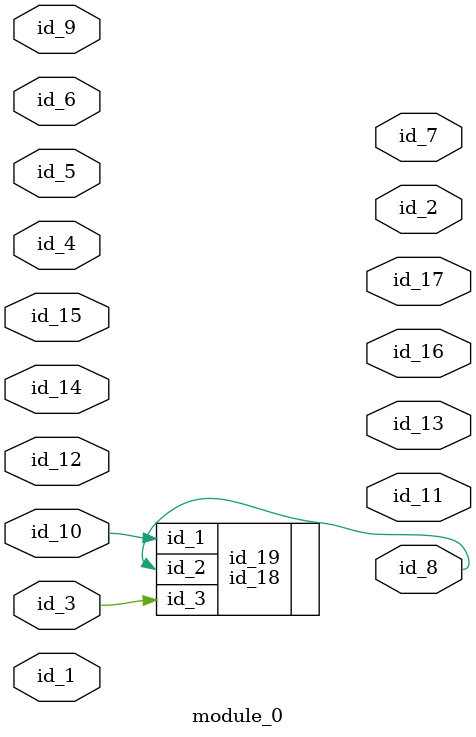
<source format=v>
module module_0 (
    id_1,
    id_2,
    id_3,
    id_4,
    id_5,
    id_6,
    id_7,
    id_8,
    id_9,
    id_10,
    id_11,
    id_12,
    id_13,
    id_14,
    id_15,
    id_16,
    id_17
);
  output id_17;
  output id_16;
  input id_15;
  input id_14;
  output id_13;
  input id_12;
  output id_11;
  input id_10;
  input id_9;
  output id_8;
  output id_7;
  input id_6;
  input id_5;
  input id_4;
  input id_3;
  output id_2;
  input id_1;
  id_18 id_19 (
      .id_2(id_8),
      .id_1(id_10),
      .id_3(id_3)
  );
endmodule

</source>
